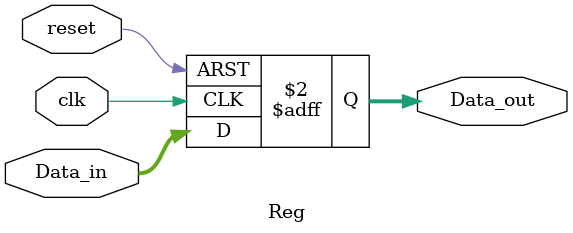
<source format=v>
`timescale 1ns / 1ps


module Reg #(parameter DATA_WIDTH = 32 )
(
 input clk,
 input reset, 
 input [DATA_WIDTH-1:0] Data_in,
 output reg [DATA_WIDTH-1:0] Data_out);


 always @(posedge clk ,posedge reset)
   begin
   if (reset)
        Data_out <= {DATA_WIDTH{1'b0}}; 
   else 
        Data_out <= Data_in;
   end		
endmodule 
</source>
